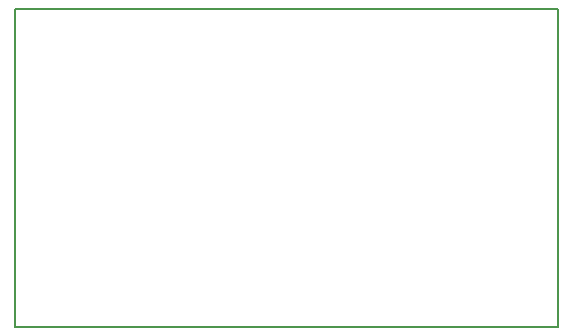
<source format=gbr>
%TF.GenerationSoftware,KiCad,Pcbnew,(5.1.10)-1*%
%TF.CreationDate,2022-08-28T21:22:16-05:00*%
%TF.ProjectId,AC Logic Board,4143204c-6f67-4696-9320-426f6172642e,rev?*%
%TF.SameCoordinates,Original*%
%TF.FileFunction,Profile,NP*%
%FSLAX46Y46*%
G04 Gerber Fmt 4.6, Leading zero omitted, Abs format (unit mm)*
G04 Created by KiCad (PCBNEW (5.1.10)-1) date 2022-08-28 21:22:16*
%MOMM*%
%LPD*%
G01*
G04 APERTURE LIST*
%TA.AperFunction,Profile*%
%ADD10C,0.150000*%
%TD*%
G04 APERTURE END LIST*
D10*
X114554000Y-102362000D02*
X114554000Y-75438000D01*
X160528000Y-102362000D02*
X114554000Y-102362000D01*
X160528000Y-75438000D02*
X160528000Y-102362000D01*
X114554000Y-75438000D02*
X160528000Y-75438000D01*
M02*

</source>
